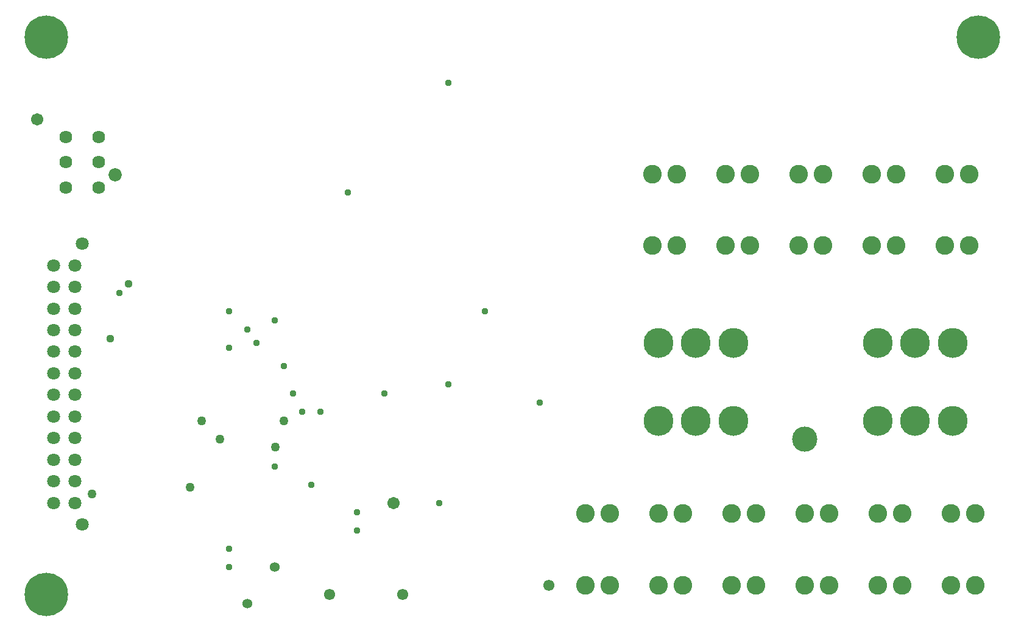
<source format=gbr>
G04 EAGLE Gerber RS-274X export*
G75*
%MOMM*%
%FSLAX34Y34*%
%LPD*%
%INSoldermask Bottom*%
%IPPOS*%
%AMOC8*
5,1,8,0,0,1.08239X$1,22.5*%
G01*
%ADD10C,4.163200*%
%ADD11C,2.603200*%
%ADD12C,6.045200*%
%ADD13C,3.503200*%
%ADD14C,1.793200*%
%ADD15C,1.843200*%
%ADD16C,1.808200*%
%ADD17C,1.703200*%
%ADD18C,0.959600*%
%ADD19C,1.109600*%
%ADD20C,1.259600*%
%ADD21C,1.359600*%
%ADD22C,1.553200*%


D10*
X901700Y292100D03*
X901700Y400100D03*
X953800Y292100D03*
X953800Y400100D03*
X1005900Y292100D03*
X1005900Y400100D03*
X1206500Y292100D03*
X1206500Y400100D03*
X1258600Y292100D03*
X1258600Y400100D03*
X1310700Y292100D03*
X1310700Y400100D03*
D11*
X1231900Y635000D03*
X1197900Y635000D03*
X1231900Y535800D03*
X1197900Y535800D03*
X1333500Y635000D03*
X1299500Y635000D03*
X1333500Y535800D03*
X1299500Y535800D03*
X1206500Y63500D03*
X1240500Y63500D03*
X1206500Y162700D03*
X1240500Y162700D03*
X927100Y635000D03*
X893100Y635000D03*
X927100Y535800D03*
X893100Y535800D03*
X1130300Y635000D03*
X1096300Y635000D03*
X1130300Y535800D03*
X1096300Y535800D03*
X1028700Y635000D03*
X994700Y635000D03*
X1028700Y535800D03*
X994700Y535800D03*
X1003300Y63500D03*
X1037300Y63500D03*
X1003300Y162700D03*
X1037300Y162700D03*
X1104900Y63500D03*
X1138900Y63500D03*
X1104900Y162700D03*
X1138900Y162700D03*
X901700Y63500D03*
X935700Y63500D03*
X901700Y162700D03*
X935700Y162700D03*
X1308100Y63500D03*
X1342100Y63500D03*
X1308100Y162700D03*
X1342100Y162700D03*
X800100Y63500D03*
X834100Y63500D03*
X800100Y162700D03*
X834100Y162700D03*
D12*
X50800Y50800D03*
X1346200Y825500D03*
X50800Y825500D03*
D13*
X1104900Y266700D03*
D14*
X78050Y616450D03*
X78050Y651450D03*
X78050Y686450D03*
X124050Y616450D03*
X124050Y651450D03*
X124050Y686450D03*
D15*
X146350Y633950D03*
D16*
X61200Y177900D03*
X61200Y207900D03*
X61200Y237900D03*
X61200Y267900D03*
X61200Y297900D03*
X61200Y327900D03*
X61200Y357900D03*
X61200Y387900D03*
X61200Y417900D03*
X61200Y447900D03*
X61200Y477900D03*
X61200Y507900D03*
X91200Y177900D03*
X91200Y207900D03*
X91200Y237900D03*
X91200Y267900D03*
X91200Y297900D03*
X91200Y327900D03*
X91200Y357900D03*
X91200Y387900D03*
X91200Y417900D03*
X91200Y447900D03*
X91200Y477900D03*
X91200Y507900D03*
X100600Y537900D03*
X100600Y147900D03*
D17*
X38100Y711200D03*
D18*
X609600Y762000D03*
X469900Y609600D03*
D19*
X165100Y482600D03*
D18*
X609600Y342900D03*
X152400Y469900D03*
D17*
X533400Y177800D03*
D18*
X482600Y139700D03*
X393700Y330200D03*
X304800Y393700D03*
D20*
X369636Y255336D03*
X292100Y266700D03*
X266700Y292100D03*
X250460Y199660D03*
X381000Y292100D03*
X114300Y190500D03*
D18*
X660400Y444500D03*
X736600Y317500D03*
X520700Y330200D03*
X368300Y431800D03*
X330200Y419100D03*
D19*
X139700Y406400D03*
D18*
X596900Y177800D03*
D21*
X368300Y88900D03*
X330200Y38100D03*
D18*
X304800Y88900D03*
X304800Y114300D03*
X431800Y304800D03*
X381000Y368300D03*
X342900Y400332D03*
X304800Y444500D03*
D22*
X749300Y63500D03*
D18*
X482600Y165100D03*
X406400Y304800D03*
D22*
X444500Y50800D03*
D18*
X419100Y203200D03*
X368300Y228600D03*
D22*
X546100Y50800D03*
M02*

</source>
